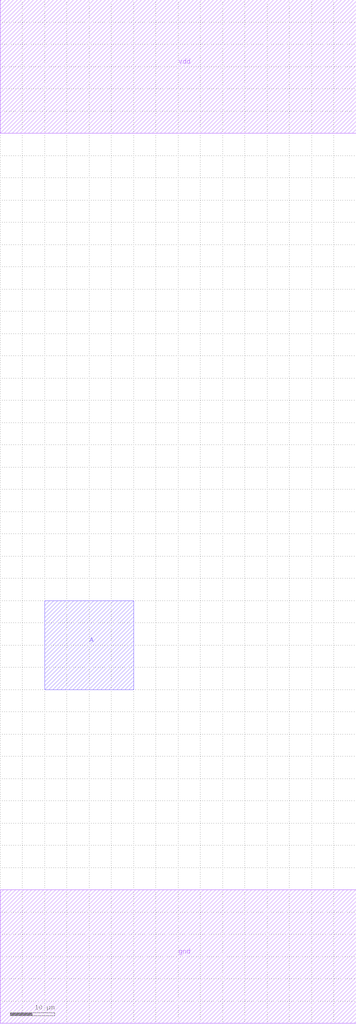
<source format=lef>
MACRO INV
 CLASS CORE ;
 ORIGIN 0 0 ;
 FOREIGN INV 0 0 ;
 SITE CORE ;
 SYMMETRY X Y R90 ;
  PIN vdd
   DIRECTION INOUT ;
   USE SIGNAL ;
   SHAPE ABUTMENT ;
    PORT
     CLASS CORE ;
       LAYER metal1 ;
        RECT 0.00000000 185.00000000 80.00000000 215.00000000 ;
    END
  END vdd

  PIN gnd
   DIRECTION INOUT ;
   USE SIGNAL ;
   SHAPE ABUTMENT ;
    PORT
     CLASS CORE ;
       LAYER metal1 ;
        RECT 0.00000000 -15.00000000 80.00000000 15.00000000 ;
    END
  END gnd

  PIN A
   DIRECTION INOUT ;
   USE SIGNAL ;
   SHAPE ABUTMENT ;
    PORT
     CLASS CORE ;
       LAYER metal2 ;
        RECT 10.00000000 60.00000000 30.00000000 80.00000000 ;
    END
  END A


END INV

</source>
